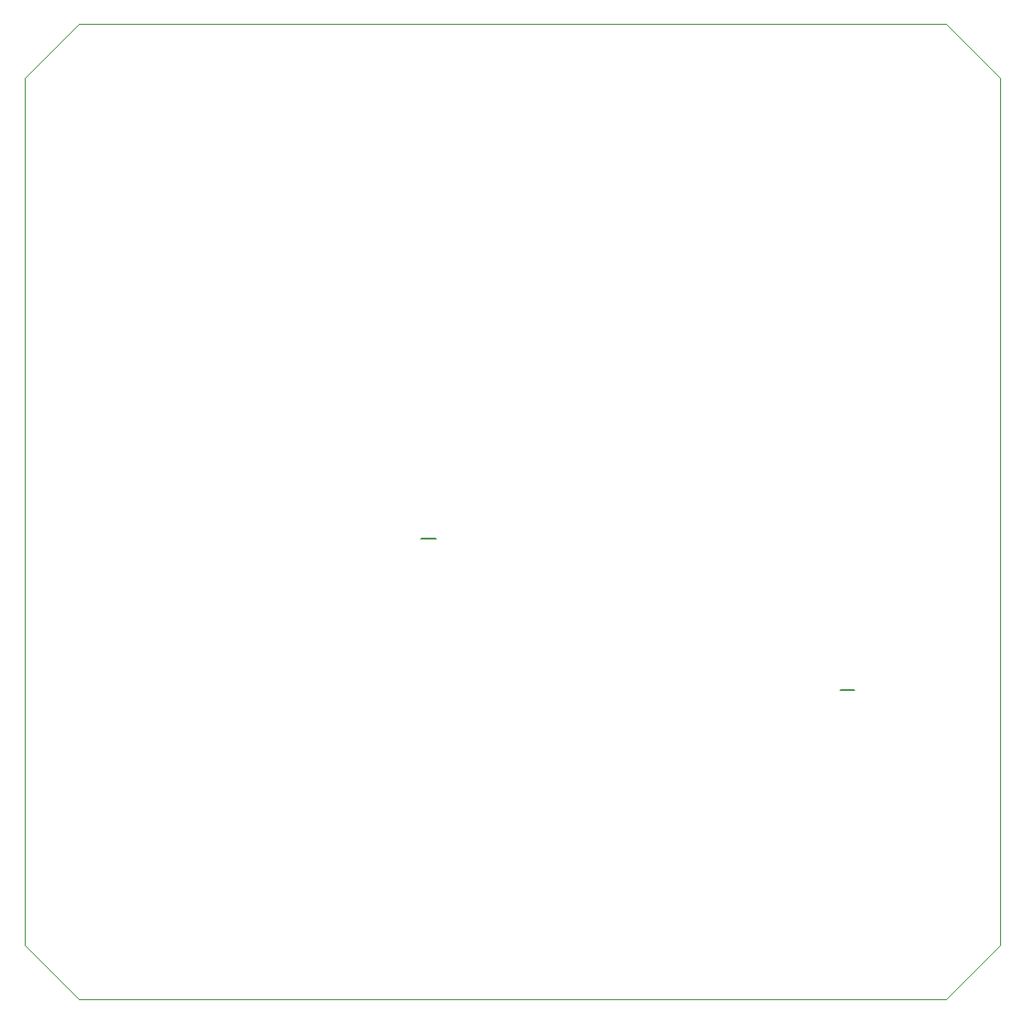
<source format=gbo>
G75*
%MOIN*%
%OFA0B0*%
%FSLAX25Y25*%
%IPPOS*%
%LPD*%
%AMOC8*
5,1,8,0,0,1.08239X$1,22.5*
%
%ADD10C,0.00000*%
%ADD11C,0.00800*%
D10*
X0010258Y0025512D02*
X0010258Y0340473D01*
X0029943Y0360158D01*
X0344904Y0360158D01*
X0364589Y0340473D01*
X0364589Y0025512D01*
X0344904Y0005827D01*
X0029943Y0005827D01*
X0010258Y0025512D01*
D11*
X0154298Y0173367D02*
X0159798Y0173367D01*
X0306798Y0118186D02*
X0311798Y0118186D01*
M02*

</source>
